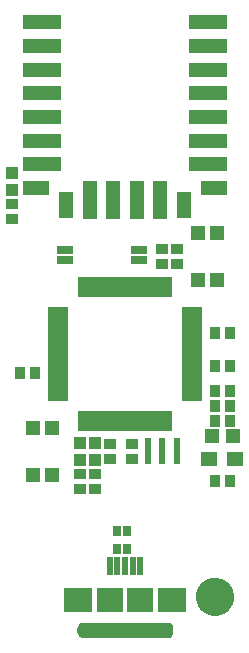
<source format=gts>
G75*
%MOIN*%
%OFA0B0*%
%FSLAX24Y24*%
%IPPOS*%
%LPD*%
%AMOC8*
5,1,8,0,0,1.08239X$1,22.5*
%
%ADD10C,0.0100*%
%ADD11C,0.0860*%
%ADD12C,0.0480*%
%ADD13R,0.0434X0.0356*%
%ADD14R,0.0395X0.0395*%
%ADD15R,0.0237X0.0631*%
%ADD16R,0.0867X0.0828*%
%ADD17R,0.0946X0.0828*%
%ADD18R,0.0257X0.0356*%
%ADD19R,0.0474X0.0474*%
%ADD20R,0.0237X0.0867*%
%ADD21R,0.0671X0.0198*%
%ADD22R,0.0198X0.0671*%
%ADD23R,0.0356X0.0434*%
%ADD24R,0.0513X0.0474*%
%ADD25R,0.0552X0.0474*%
%ADD26R,0.0552X0.0316*%
%ADD27R,0.0867X0.0474*%
%ADD28R,0.1261X0.0474*%
%ADD29R,0.0474X0.0867*%
%ADD30R,0.0474X0.1261*%
D10*
X017626Y015312D02*
X017609Y015342D01*
X017600Y015375D01*
X017600Y015525D01*
X017609Y015558D01*
X017626Y015588D01*
X017648Y015613D01*
X017676Y015633D01*
X017707Y015646D01*
X017741Y015652D01*
X017775Y015650D01*
X017731Y015650D01*
X017775Y015650D02*
X020575Y015650D01*
X020603Y015647D01*
X020629Y015638D01*
X020653Y015623D01*
X020673Y015603D01*
X020688Y015579D01*
X020697Y015553D01*
X020700Y015525D01*
X020700Y015375D01*
X020697Y015347D01*
X020688Y015321D01*
X020673Y015297D01*
X020653Y015277D01*
X020629Y015262D01*
X020603Y015253D01*
X020575Y015250D01*
X017775Y015250D01*
X017741Y015248D01*
X017707Y015254D01*
X017676Y015267D01*
X017648Y015287D01*
X017626Y015312D01*
X017606Y015354D02*
X020698Y015354D01*
X020700Y015453D02*
X017600Y015453D01*
X017608Y015551D02*
X020697Y015551D01*
X020611Y015256D02*
X017703Y015256D01*
D11*
X021953Y016550D02*
X021955Y016577D01*
X021961Y016604D01*
X021970Y016630D01*
X021983Y016654D01*
X021999Y016677D01*
X022018Y016696D01*
X022040Y016713D01*
X022064Y016727D01*
X022089Y016737D01*
X022116Y016744D01*
X022143Y016747D01*
X022171Y016746D01*
X022198Y016741D01*
X022224Y016733D01*
X022248Y016721D01*
X022271Y016705D01*
X022292Y016687D01*
X022309Y016666D01*
X022324Y016642D01*
X022335Y016617D01*
X022343Y016591D01*
X022347Y016564D01*
X022347Y016536D01*
X022343Y016509D01*
X022335Y016483D01*
X022324Y016458D01*
X022309Y016434D01*
X022292Y016413D01*
X022271Y016395D01*
X022249Y016379D01*
X022224Y016367D01*
X022198Y016359D01*
X022171Y016354D01*
X022143Y016353D01*
X022116Y016356D01*
X022089Y016363D01*
X022064Y016373D01*
X022040Y016387D01*
X022018Y016404D01*
X021999Y016423D01*
X021983Y016446D01*
X021970Y016470D01*
X021961Y016496D01*
X021955Y016523D01*
X021953Y016550D01*
D12*
X022150Y016550D03*
D13*
X019400Y021144D03*
X019400Y021656D03*
X018650Y021656D03*
X018650Y021144D03*
X018150Y020656D03*
X017650Y020656D03*
X017650Y020144D03*
X018150Y020144D03*
X020400Y027644D03*
X020900Y027644D03*
X020900Y028156D03*
X020400Y028156D03*
X015400Y029144D03*
X015400Y029656D03*
D14*
X015400Y030105D03*
X015400Y030695D03*
X017650Y021695D03*
X018150Y021695D03*
X018150Y021105D03*
X017650Y021105D03*
D15*
X018638Y017572D03*
X018894Y017572D03*
X019150Y017572D03*
X019406Y017572D03*
X019662Y017572D03*
D16*
X019642Y016450D03*
X018658Y016450D03*
D17*
X017575Y016450D03*
X020725Y016450D03*
D18*
X019207Y018145D03*
X018893Y018145D03*
X018893Y018755D03*
X019207Y018755D03*
D19*
X016085Y020613D03*
X016715Y020613D03*
X016715Y022187D03*
X016085Y022187D03*
X021585Y027113D03*
X022215Y027113D03*
X022215Y028687D03*
X021585Y028687D03*
D20*
X020872Y021400D03*
X020400Y021400D03*
X019928Y021400D03*
D21*
X021394Y023174D03*
X021394Y023370D03*
X021394Y023567D03*
X021394Y023764D03*
X021394Y023961D03*
X021394Y024158D03*
X021394Y024355D03*
X021394Y024552D03*
X021394Y024748D03*
X021394Y024945D03*
X021394Y025142D03*
X021394Y025339D03*
X021394Y025536D03*
X021394Y025733D03*
X021394Y025930D03*
X021394Y026126D03*
X016906Y026126D03*
X016906Y025930D03*
X016906Y025733D03*
X016906Y025536D03*
X016906Y025339D03*
X016906Y025142D03*
X016906Y024945D03*
X016906Y024748D03*
X016906Y024552D03*
X016906Y024355D03*
X016906Y024158D03*
X016906Y023961D03*
X016906Y023764D03*
X016906Y023567D03*
X016906Y023370D03*
X016906Y023174D03*
D22*
X017674Y022406D03*
X017870Y022406D03*
X018067Y022406D03*
X018264Y022406D03*
X018461Y022406D03*
X018658Y022406D03*
X018855Y022406D03*
X019052Y022406D03*
X019248Y022406D03*
X019445Y022406D03*
X019642Y022406D03*
X019839Y022406D03*
X020036Y022406D03*
X020233Y022406D03*
X020430Y022406D03*
X020626Y022406D03*
X020626Y026894D03*
X020430Y026894D03*
X020233Y026894D03*
X020036Y026894D03*
X019839Y026894D03*
X019642Y026894D03*
X019445Y026894D03*
X019248Y026894D03*
X019052Y026894D03*
X018855Y026894D03*
X018658Y026894D03*
X018461Y026894D03*
X018264Y026894D03*
X018067Y026894D03*
X017870Y026894D03*
X017674Y026894D03*
D23*
X016156Y024000D03*
X015644Y024000D03*
X022144Y024250D03*
X022144Y023400D03*
X022144Y022900D03*
X022144Y022400D03*
X022656Y022400D03*
X022656Y022900D03*
X022656Y023400D03*
X022656Y024250D03*
X022656Y025350D03*
X022144Y025350D03*
X022144Y020400D03*
X022656Y020400D03*
D24*
X022735Y021900D03*
X022065Y021900D03*
D25*
X021967Y021150D03*
X022833Y021150D03*
D26*
X019617Y027768D03*
X019617Y028122D03*
X017136Y028122D03*
X017136Y027768D03*
D27*
X016197Y030187D03*
X022103Y030187D03*
D28*
X021906Y030975D03*
X021906Y031762D03*
X021906Y032550D03*
X021906Y033337D03*
X021906Y034124D03*
X021906Y034912D03*
X021906Y035699D03*
X016394Y035699D03*
X016394Y034912D03*
X016394Y034124D03*
X016394Y033337D03*
X016394Y032550D03*
X016394Y031762D03*
X016394Y030975D03*
D29*
X017181Y029597D03*
X021119Y029597D03*
D30*
X020331Y029794D03*
X019544Y029794D03*
X018756Y029794D03*
X017969Y029794D03*
M02*

</source>
